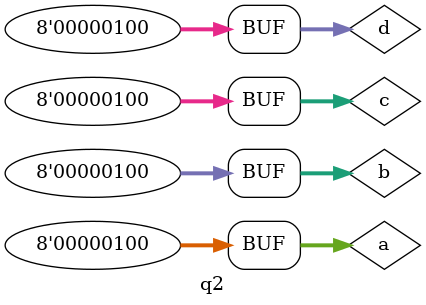
<source format=v>
module q2();
	reg [7:0] a,b,c,d;
	initial
	begin
		$dumpfile ("q2.vcd");
		$dumpvars (a,b,c,d, q2);
		#5 a = 5; b=6; d=7; c=8;
		#5 a =4; b=a; c= b; d=c;
	end
endmodule

</source>
